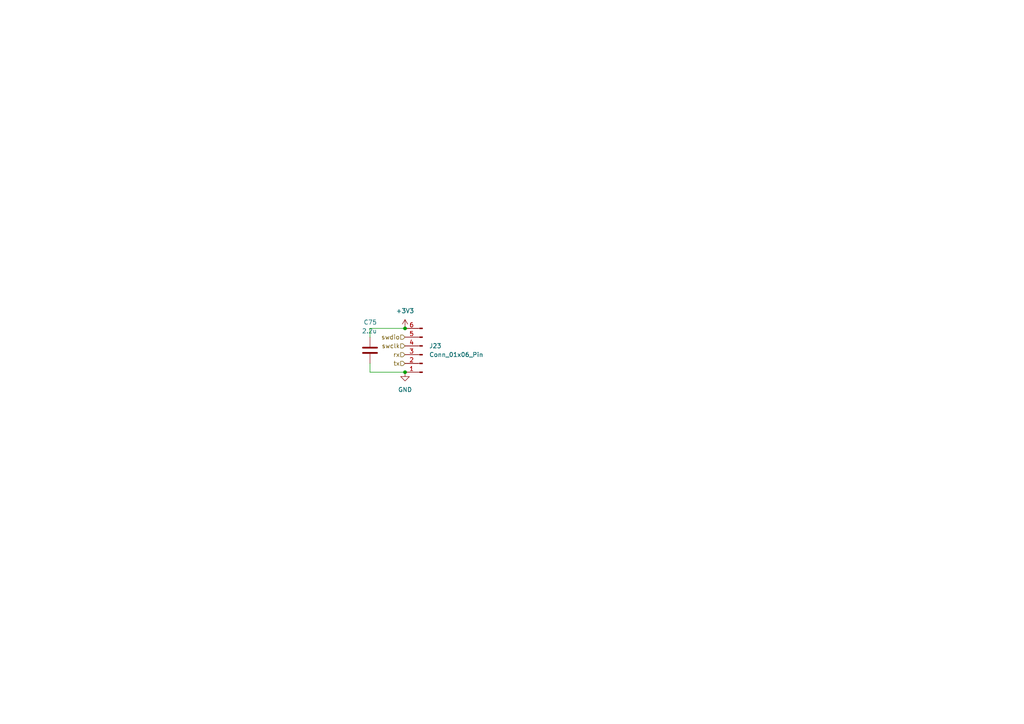
<source format=kicad_sch>
(kicad_sch
	(version 20231120)
	(generator "eeschema")
	(generator_version "8.0")
	(uuid "f244f97c-bdfd-4041-a603-54c0cd6c7bfa")
	(paper "A4")
	(title_block
		(title "BaguettESC100-100")
		(date "2024-11-09")
		(rev "Prot-1")
	)
	(lib_symbols
		(symbol "Connector:Conn_01x06_Pin"
			(pin_names
				(offset 1.016) hide)
			(exclude_from_sim no)
			(in_bom yes)
			(on_board yes)
			(property "Reference" "J"
				(at 0 7.62 0)
				(effects
					(font
						(size 1.27 1.27)
					)
				)
			)
			(property "Value" "Conn_01x06_Pin"
				(at 0 -10.16 0)
				(effects
					(font
						(size 1.27 1.27)
					)
				)
			)
			(property "Footprint" ""
				(at 0 0 0)
				(effects
					(font
						(size 1.27 1.27)
					)
					(hide yes)
				)
			)
			(property "Datasheet" "~"
				(at 0 0 0)
				(effects
					(font
						(size 1.27 1.27)
					)
					(hide yes)
				)
			)
			(property "Description" "Generic connector, single row, 01x06, script generated"
				(at 0 0 0)
				(effects
					(font
						(size 1.27 1.27)
					)
					(hide yes)
				)
			)
			(property "ki_locked" ""
				(at 0 0 0)
				(effects
					(font
						(size 1.27 1.27)
					)
				)
			)
			(property "ki_keywords" "connector"
				(at 0 0 0)
				(effects
					(font
						(size 1.27 1.27)
					)
					(hide yes)
				)
			)
			(property "ki_fp_filters" "Connector*:*_1x??_*"
				(at 0 0 0)
				(effects
					(font
						(size 1.27 1.27)
					)
					(hide yes)
				)
			)
			(symbol "Conn_01x06_Pin_1_1"
				(polyline
					(pts
						(xy 1.27 -7.62) (xy 0.8636 -7.62)
					)
					(stroke
						(width 0.1524)
						(type default)
					)
					(fill
						(type none)
					)
				)
				(polyline
					(pts
						(xy 1.27 -5.08) (xy 0.8636 -5.08)
					)
					(stroke
						(width 0.1524)
						(type default)
					)
					(fill
						(type none)
					)
				)
				(polyline
					(pts
						(xy 1.27 -2.54) (xy 0.8636 -2.54)
					)
					(stroke
						(width 0.1524)
						(type default)
					)
					(fill
						(type none)
					)
				)
				(polyline
					(pts
						(xy 1.27 0) (xy 0.8636 0)
					)
					(stroke
						(width 0.1524)
						(type default)
					)
					(fill
						(type none)
					)
				)
				(polyline
					(pts
						(xy 1.27 2.54) (xy 0.8636 2.54)
					)
					(stroke
						(width 0.1524)
						(type default)
					)
					(fill
						(type none)
					)
				)
				(polyline
					(pts
						(xy 1.27 5.08) (xy 0.8636 5.08)
					)
					(stroke
						(width 0.1524)
						(type default)
					)
					(fill
						(type none)
					)
				)
				(rectangle
					(start 0.8636 -7.493)
					(end 0 -7.747)
					(stroke
						(width 0.1524)
						(type default)
					)
					(fill
						(type outline)
					)
				)
				(rectangle
					(start 0.8636 -4.953)
					(end 0 -5.207)
					(stroke
						(width 0.1524)
						(type default)
					)
					(fill
						(type outline)
					)
				)
				(rectangle
					(start 0.8636 -2.413)
					(end 0 -2.667)
					(stroke
						(width 0.1524)
						(type default)
					)
					(fill
						(type outline)
					)
				)
				(rectangle
					(start 0.8636 0.127)
					(end 0 -0.127)
					(stroke
						(width 0.1524)
						(type default)
					)
					(fill
						(type outline)
					)
				)
				(rectangle
					(start 0.8636 2.667)
					(end 0 2.413)
					(stroke
						(width 0.1524)
						(type default)
					)
					(fill
						(type outline)
					)
				)
				(rectangle
					(start 0.8636 5.207)
					(end 0 4.953)
					(stroke
						(width 0.1524)
						(type default)
					)
					(fill
						(type outline)
					)
				)
				(pin passive line
					(at 5.08 5.08 180)
					(length 3.81)
					(name "Pin_1"
						(effects
							(font
								(size 1.27 1.27)
							)
						)
					)
					(number "1"
						(effects
							(font
								(size 1.27 1.27)
							)
						)
					)
				)
				(pin passive line
					(at 5.08 2.54 180)
					(length 3.81)
					(name "Pin_2"
						(effects
							(font
								(size 1.27 1.27)
							)
						)
					)
					(number "2"
						(effects
							(font
								(size 1.27 1.27)
							)
						)
					)
				)
				(pin passive line
					(at 5.08 0 180)
					(length 3.81)
					(name "Pin_3"
						(effects
							(font
								(size 1.27 1.27)
							)
						)
					)
					(number "3"
						(effects
							(font
								(size 1.27 1.27)
							)
						)
					)
				)
				(pin passive line
					(at 5.08 -2.54 180)
					(length 3.81)
					(name "Pin_4"
						(effects
							(font
								(size 1.27 1.27)
							)
						)
					)
					(number "4"
						(effects
							(font
								(size 1.27 1.27)
							)
						)
					)
				)
				(pin passive line
					(at 5.08 -5.08 180)
					(length 3.81)
					(name "Pin_5"
						(effects
							(font
								(size 1.27 1.27)
							)
						)
					)
					(number "5"
						(effects
							(font
								(size 1.27 1.27)
							)
						)
					)
				)
				(pin passive line
					(at 5.08 -7.62 180)
					(length 3.81)
					(name "Pin_6"
						(effects
							(font
								(size 1.27 1.27)
							)
						)
					)
					(number "6"
						(effects
							(font
								(size 1.27 1.27)
							)
						)
					)
				)
			)
		)
		(symbol "Device:C"
			(pin_numbers hide)
			(pin_names
				(offset 0.254)
			)
			(exclude_from_sim no)
			(in_bom yes)
			(on_board yes)
			(property "Reference" "C"
				(at 0.635 2.54 0)
				(effects
					(font
						(size 1.27 1.27)
					)
					(justify left)
				)
			)
			(property "Value" "C"
				(at 0.635 -2.54 0)
				(effects
					(font
						(size 1.27 1.27)
					)
					(justify left)
				)
			)
			(property "Footprint" ""
				(at 0.9652 -3.81 0)
				(effects
					(font
						(size 1.27 1.27)
					)
					(hide yes)
				)
			)
			(property "Datasheet" "~"
				(at 0 0 0)
				(effects
					(font
						(size 1.27 1.27)
					)
					(hide yes)
				)
			)
			(property "Description" "Unpolarized capacitor"
				(at 0 0 0)
				(effects
					(font
						(size 1.27 1.27)
					)
					(hide yes)
				)
			)
			(property "ki_keywords" "cap capacitor"
				(at 0 0 0)
				(effects
					(font
						(size 1.27 1.27)
					)
					(hide yes)
				)
			)
			(property "ki_fp_filters" "C_*"
				(at 0 0 0)
				(effects
					(font
						(size 1.27 1.27)
					)
					(hide yes)
				)
			)
			(symbol "C_0_1"
				(polyline
					(pts
						(xy -2.032 -0.762) (xy 2.032 -0.762)
					)
					(stroke
						(width 0.508)
						(type default)
					)
					(fill
						(type none)
					)
				)
				(polyline
					(pts
						(xy -2.032 0.762) (xy 2.032 0.762)
					)
					(stroke
						(width 0.508)
						(type default)
					)
					(fill
						(type none)
					)
				)
			)
			(symbol "C_1_1"
				(pin passive line
					(at 0 3.81 270)
					(length 2.794)
					(name "~"
						(effects
							(font
								(size 1.27 1.27)
							)
						)
					)
					(number "1"
						(effects
							(font
								(size 1.27 1.27)
							)
						)
					)
				)
				(pin passive line
					(at 0 -3.81 90)
					(length 2.794)
					(name "~"
						(effects
							(font
								(size 1.27 1.27)
							)
						)
					)
					(number "2"
						(effects
							(font
								(size 1.27 1.27)
							)
						)
					)
				)
			)
		)
		(symbol "power:+3V3"
			(power)
			(pin_names
				(offset 0)
			)
			(exclude_from_sim no)
			(in_bom yes)
			(on_board yes)
			(property "Reference" "#PWR"
				(at 0 -3.81 0)
				(effects
					(font
						(size 1.27 1.27)
					)
					(hide yes)
				)
			)
			(property "Value" "+3V3"
				(at 0 3.556 0)
				(effects
					(font
						(size 1.27 1.27)
					)
				)
			)
			(property "Footprint" ""
				(at 0 0 0)
				(effects
					(font
						(size 1.27 1.27)
					)
					(hide yes)
				)
			)
			(property "Datasheet" ""
				(at 0 0 0)
				(effects
					(font
						(size 1.27 1.27)
					)
					(hide yes)
				)
			)
			(property "Description" "Power symbol creates a global label with name \"+3V3\""
				(at 0 0 0)
				(effects
					(font
						(size 1.27 1.27)
					)
					(hide yes)
				)
			)
			(property "ki_keywords" "global power"
				(at 0 0 0)
				(effects
					(font
						(size 1.27 1.27)
					)
					(hide yes)
				)
			)
			(symbol "+3V3_0_1"
				(polyline
					(pts
						(xy -0.762 1.27) (xy 0 2.54)
					)
					(stroke
						(width 0)
						(type default)
					)
					(fill
						(type none)
					)
				)
				(polyline
					(pts
						(xy 0 0) (xy 0 2.54)
					)
					(stroke
						(width 0)
						(type default)
					)
					(fill
						(type none)
					)
				)
				(polyline
					(pts
						(xy 0 2.54) (xy 0.762 1.27)
					)
					(stroke
						(width 0)
						(type default)
					)
					(fill
						(type none)
					)
				)
			)
			(symbol "+3V3_1_1"
				(pin power_in line
					(at 0 0 90)
					(length 0) hide
					(name "+3V3"
						(effects
							(font
								(size 1.27 1.27)
							)
						)
					)
					(number "1"
						(effects
							(font
								(size 1.27 1.27)
							)
						)
					)
				)
			)
		)
		(symbol "power:GND"
			(power)
			(pin_names
				(offset 0)
			)
			(exclude_from_sim no)
			(in_bom yes)
			(on_board yes)
			(property "Reference" "#PWR"
				(at 0 -6.35 0)
				(effects
					(font
						(size 1.27 1.27)
					)
					(hide yes)
				)
			)
			(property "Value" "GND"
				(at 0 -3.81 0)
				(effects
					(font
						(size 1.27 1.27)
					)
				)
			)
			(property "Footprint" ""
				(at 0 0 0)
				(effects
					(font
						(size 1.27 1.27)
					)
					(hide yes)
				)
			)
			(property "Datasheet" ""
				(at 0 0 0)
				(effects
					(font
						(size 1.27 1.27)
					)
					(hide yes)
				)
			)
			(property "Description" "Power symbol creates a global label with name \"GND\" , ground"
				(at 0 0 0)
				(effects
					(font
						(size 1.27 1.27)
					)
					(hide yes)
				)
			)
			(property "ki_keywords" "global power"
				(at 0 0 0)
				(effects
					(font
						(size 1.27 1.27)
					)
					(hide yes)
				)
			)
			(symbol "GND_0_1"
				(polyline
					(pts
						(xy 0 0) (xy 0 -1.27) (xy 1.27 -1.27) (xy 0 -2.54) (xy -1.27 -1.27) (xy 0 -1.27)
					)
					(stroke
						(width 0)
						(type default)
					)
					(fill
						(type none)
					)
				)
			)
			(symbol "GND_1_1"
				(pin power_in line
					(at 0 0 270)
					(length 0) hide
					(name "GND"
						(effects
							(font
								(size 1.27 1.27)
							)
						)
					)
					(number "1"
						(effects
							(font
								(size 1.27 1.27)
							)
						)
					)
				)
			)
		)
	)
	(junction
		(at 117.475 107.95)
		(diameter 0)
		(color 0 0 0 0)
		(uuid "51795577-3708-45d8-8d9e-1d35ff3e0b50")
	)
	(junction
		(at 117.475 95.25)
		(diameter 0)
		(color 0 0 0 0)
		(uuid "6b4e1bb1-1648-46b3-94c0-2b62e332ad0a")
	)
	(wire
		(pts
			(xy 107.315 105.41) (xy 107.315 107.95)
		)
		(stroke
			(width 0)
			(type default)
		)
		(uuid "252fca57-b8c4-4b73-a659-5033ee1e3e6b")
	)
	(wire
		(pts
			(xy 107.315 107.95) (xy 117.475 107.95)
		)
		(stroke
			(width 0)
			(type default)
		)
		(uuid "739fc4a7-e654-4c8c-ba1c-6188952ed607")
	)
	(wire
		(pts
			(xy 107.315 95.25) (xy 117.475 95.25)
		)
		(stroke
			(width 0)
			(type default)
		)
		(uuid "8996c551-670e-43f2-b169-f0166b16549a")
	)
	(wire
		(pts
			(xy 107.315 97.79) (xy 107.315 95.25)
		)
		(stroke
			(width 0)
			(type default)
		)
		(uuid "c16615b9-9f64-4855-86d9-c41514bf3a00")
	)
	(hierarchical_label "tx"
		(shape input)
		(at 117.475 105.41 180)
		(fields_autoplaced yes)
		(effects
			(font
				(size 1.27 1.27)
			)
			(justify right)
		)
		(uuid "2452a845-55a7-42e6-ae51-81d473fd135b")
	)
	(hierarchical_label "swclk"
		(shape input)
		(at 117.475 100.33 180)
		(fields_autoplaced yes)
		(effects
			(font
				(size 1.27 1.27)
			)
			(justify right)
		)
		(uuid "672ef399-2ca2-4106-922b-a50a117f8da7")
	)
	(hierarchical_label "swdio"
		(shape input)
		(at 117.475 97.79 180)
		(fields_autoplaced yes)
		(effects
			(font
				(size 1.27 1.27)
			)
			(justify right)
		)
		(uuid "c5132223-8dac-4931-8711-f05b944848b8")
	)
	(hierarchical_label "rx"
		(shape input)
		(at 117.475 102.87 180)
		(fields_autoplaced yes)
		(effects
			(font
				(size 1.27 1.27)
			)
			(justify right)
		)
		(uuid "eebb50ef-ac02-4e7e-afd8-d09516534015")
	)
	(symbol
		(lib_id "Connector:Conn_01x06_Pin")
		(at 122.555 102.87 180)
		(unit 1)
		(exclude_from_sim no)
		(in_bom yes)
		(on_board yes)
		(dnp no)
		(fields_autoplaced yes)
		(uuid "1cf4c338-d1b3-44c4-bf88-0e94752fea00")
		(property "Reference" "J23"
			(at 124.46 100.33 0)
			(effects
				(font
					(size 1.27 1.27)
				)
				(justify right)
			)
		)
		(property "Value" "Conn_01x06_Pin"
			(at 124.46 102.87 0)
			(effects
				(font
					(size 1.27 1.27)
				)
				(justify right)
			)
		)
		(property "Footprint" "Connector_PinHeader_1.27mm:PinHeader_1x06_P1.27mm_Vertical"
			(at 122.555 102.87 0)
			(effects
				(font
					(size 1.27 1.27)
				)
				(hide yes)
			)
		)
		(property "Datasheet" "~"
			(at 122.555 102.87 0)
			(effects
				(font
					(size 1.27 1.27)
				)
				(hide yes)
			)
		)
		(property "Description" ""
			(at 122.555 102.87 0)
			(effects
				(font
					(size 1.27 1.27)
				)
				(hide yes)
			)
		)
		(pin "1"
			(uuid "d6a071d6-0ed6-41ec-bacb-645030812689")
		)
		(pin "2"
			(uuid "c57e3b94-1a27-426b-b95c-bfb3f49df3df")
		)
		(pin "3"
			(uuid "88609f04-6cc0-4677-94c0-974d0311d99f")
		)
		(pin "4"
			(uuid "07f49834-e7fe-47a8-b1ee-4f42e3a6730a")
		)
		(pin "5"
			(uuid "1d8c48eb-70ee-4cd0-ac42-3d627a14ae77")
		)
		(pin "6"
			(uuid "a85445aa-4fd6-40e5-a9c1-c3641054d1d1")
		)
		(instances
			(project "vesc"
				(path "/473afa24-5103-4f79-a553-15c98718c5e2/14cf8ccd-d935-470c-bca9-e92ddcf3f0f7"
					(reference "J23")
					(unit 1)
				)
			)
		)
	)
	(symbol
		(lib_id "power:GND")
		(at 117.475 107.95 0)
		(unit 1)
		(exclude_from_sim no)
		(in_bom yes)
		(on_board yes)
		(dnp no)
		(fields_autoplaced yes)
		(uuid "85d11719-0b31-42e4-8b39-e7e7a576d8fc")
		(property "Reference" "#PWR0150"
			(at 117.475 114.3 0)
			(effects
				(font
					(size 1.27 1.27)
				)
				(hide yes)
			)
		)
		(property "Value" "GND"
			(at 117.475 113.03 0)
			(effects
				(font
					(size 1.27 1.27)
				)
			)
		)
		(property "Footprint" ""
			(at 117.475 107.95 0)
			(effects
				(font
					(size 1.27 1.27)
				)
				(hide yes)
			)
		)
		(property "Datasheet" ""
			(at 117.475 107.95 0)
			(effects
				(font
					(size 1.27 1.27)
				)
				(hide yes)
			)
		)
		(property "Description" ""
			(at 117.475 107.95 0)
			(effects
				(font
					(size 1.27 1.27)
				)
				(hide yes)
			)
		)
		(pin "1"
			(uuid "41e77c0a-099d-4740-91d5-68d543ffb461")
		)
		(instances
			(project "vesc"
				(path "/473afa24-5103-4f79-a553-15c98718c5e2/14cf8ccd-d935-470c-bca9-e92ddcf3f0f7"
					(reference "#PWR0150")
					(unit 1)
				)
			)
		)
	)
	(symbol
		(lib_id "Device:C")
		(at 107.315 101.6 0)
		(mirror x)
		(unit 1)
		(exclude_from_sim no)
		(in_bom yes)
		(on_board yes)
		(dnp no)
		(uuid "8aa84be0-5f1a-4b1b-8b50-466b0dbfb855")
		(property "Reference" "C75"
			(at 109.347 93.472 0)
			(effects
				(font
					(size 1.27 1.27)
				)
				(justify right)
			)
		)
		(property "Value" "2.2u"
			(at 109.347 96.012 0)
			(effects
				(font
					(size 1.27 1.27)
				)
				(justify right)
			)
		)
		(property "Footprint" "Capacitor_SMD:C_0805_2012Metric"
			(at 108.2802 97.79 0)
			(effects
				(font
					(size 1.27 1.27)
				)
				(hide yes)
			)
		)
		(property "Datasheet" "~"
			(at 107.315 101.6 0)
			(effects
				(font
					(size 1.27 1.27)
				)
				(hide yes)
			)
		)
		(property "Description" ""
			(at 107.315 101.6 0)
			(effects
				(font
					(size 1.27 1.27)
				)
				(hide yes)
			)
		)
		(pin "1"
			(uuid "2e599d12-e8d1-4dd4-b42e-772b7b50a466")
		)
		(pin "2"
			(uuid "fb7a4843-0b5b-419b-a59f-7edf82ff129e")
		)
		(instances
			(project "vesc"
				(path "/473afa24-5103-4f79-a553-15c98718c5e2/14cf8ccd-d935-470c-bca9-e92ddcf3f0f7"
					(reference "C75")
					(unit 1)
				)
			)
		)
	)
	(symbol
		(lib_id "power:+3V3")
		(at 117.475 95.25 0)
		(unit 1)
		(exclude_from_sim no)
		(in_bom yes)
		(on_board yes)
		(dnp no)
		(fields_autoplaced yes)
		(uuid "9b1378f0-f311-43e2-9190-ddfcd0b1387c")
		(property "Reference" "#PWR0149"
			(at 117.475 99.06 0)
			(effects
				(font
					(size 1.27 1.27)
				)
				(hide yes)
			)
		)
		(property "Value" "+3V3"
			(at 117.475 90.17 0)
			(effects
				(font
					(size 1.27 1.27)
				)
			)
		)
		(property "Footprint" ""
			(at 117.475 95.25 0)
			(effects
				(font
					(size 1.27 1.27)
				)
				(hide yes)
			)
		)
		(property "Datasheet" ""
			(at 117.475 95.25 0)
			(effects
				(font
					(size 1.27 1.27)
				)
				(hide yes)
			)
		)
		(property "Description" ""
			(at 117.475 95.25 0)
			(effects
				(font
					(size 1.27 1.27)
				)
				(hide yes)
			)
		)
		(pin "1"
			(uuid "b0ba9575-3fe6-45e2-b176-e199a4c3d20d")
		)
		(instances
			(project "vesc"
				(path "/473afa24-5103-4f79-a553-15c98718c5e2/14cf8ccd-d935-470c-bca9-e92ddcf3f0f7"
					(reference "#PWR0149")
					(unit 1)
				)
			)
		)
	)
)

</source>
